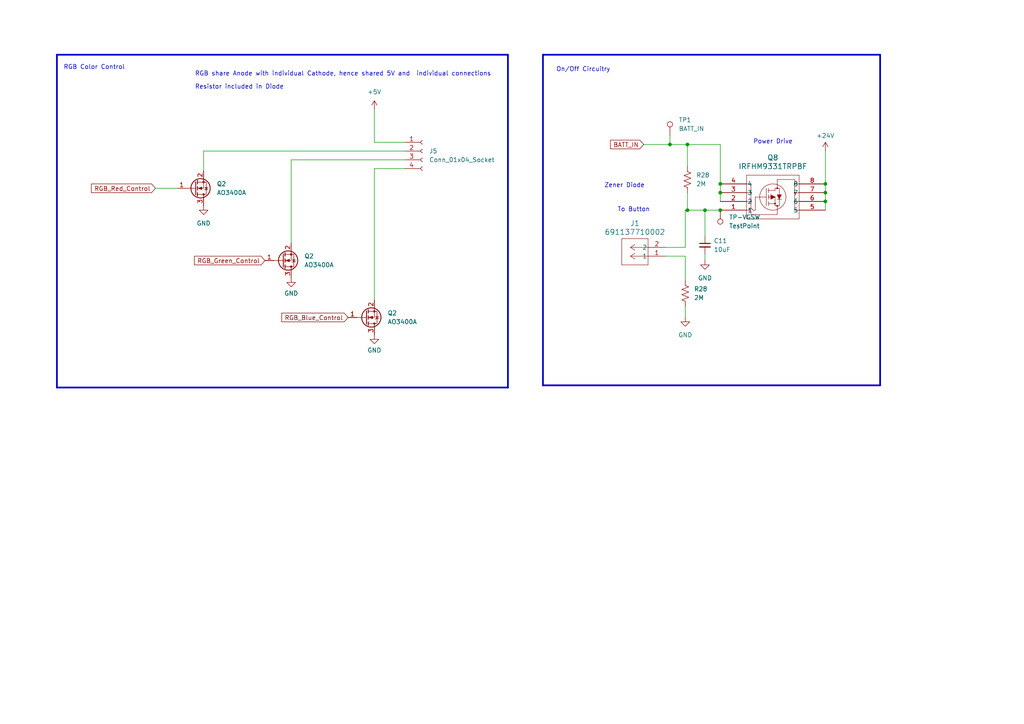
<source format=kicad_sch>
(kicad_sch (version 20230121) (generator eeschema)
  (paper "A4")
  (lib_symbols
    (symbol "691137710002-2CONN:691137710002" (pin_names (offset 0.254))
      (property "Reference" "J" (at 8.89 6.35 0))
      (property "Value" "691137710002" (at 0 0 0))
      (symbol "691137710002_1_1"
        (polyline (pts (xy 5.08 -5.08) (xy 12.7 -5.08)) (stroke (width 0.127)))
        (polyline (pts (xy 5.08 2.54) (xy 5.08 -5.08)) (stroke (width 0.127)))
        (polyline (pts (xy 10.16 -2.54) (xy 5.08 -2.54)) (stroke (width 0.127)))
        (polyline (pts (xy 10.16 -2.54) (xy 8.89 -3.3867)) (stroke (width 0.127)))
        (polyline (pts (xy 10.16 -2.54) (xy 8.89 -1.6933)) (stroke (width 0.127)))
        (polyline (pts (xy 10.16 0) (xy 5.08 0)) (stroke (width 0.127)))
        (polyline (pts (xy 10.16 0) (xy 8.89 -0.8467)) (stroke (width 0.127)))
        (polyline (pts (xy 10.16 0) (xy 8.89 0.8467)) (stroke (width 0.127)))
        (polyline (pts (xy 12.7 -5.08) (xy 12.7 2.54)) (stroke (width 0.127)))
        (polyline (pts (xy 12.7 2.54) (xy 5.08 2.54)) (stroke (width 0.127)))
        (pin unspecified line (at 0 0 0) (length 5.08) (name "1") (number "1"))
        (pin unspecified line (at 0 -2.54 0) (length 5.08) (name "2") (number "2"))
      )
    )
    (symbol "Connector:Conn_01x04_Socket" (pin_names (offset 1.016) hide)
      (property "Reference" "J" (at 0 5.08 0))
      (property "Value" "Conn_01x04_Socket" (at 0 -7.62 0))
      (symbol "Conn_01x04_Socket_1_1"
        (arc (start 0 -4.572) (mid -0.5058 -5.08) (end 0 -5.588) (stroke (width 0.1524)))
        (arc (start 0 -2.032) (mid -0.5058 -2.54) (end 0 -3.048) (stroke (width 0.1524)))
        (polyline (pts (xy -1.27 -5.08) (xy -0.508 -5.08)) (stroke (width 0.1524)))
        (polyline (pts (xy -1.27 -2.54) (xy -0.508 -2.54)) (stroke (width 0.1524)))
        (polyline (pts (xy -1.27 0) (xy -0.508 0)) (stroke (width 0.1524)))
        (polyline (pts (xy -1.27 2.54) (xy -0.508 2.54)) (stroke (width 0.1524)))
        (arc (start 0 0.508) (mid -0.5058 0) (end 0 -0.508) (stroke (width 0.1524)))
        (arc (start 0 3.048) (mid -0.5058 2.54) (end 0 2.032) (stroke (width 0.1524)))
        (pin passive line (at -5.08 2.54 0) (length 3.81) (name "Pin_1") (number "1"))
        (pin passive line (at -5.08 0 0) (length 3.81) (name "Pin_2") (number "2"))
        (pin passive line (at -5.08 -2.54 0) (length 3.81) (name "Pin_3") (number "3"))
        (pin passive line (at -5.08 -5.08 0) (length 3.81) (name "Pin_4") (number "4"))
      )
    )
    (symbol "Connector:TestPoint" (pin_numbers hide) (pin_names (offset 0.762) hide)
      (property "Reference" "TP" (at 0 6.858 0))
      (property "Value" "TestPoint" (at 0 5.08 0))
      (symbol "TestPoint_0_1"
        (circle (center 0 3.302) (radius 0.762))
      )
      (symbol "TestPoint_1_1"
        (pin passive line (at 0 0 90) (length 2.54) (name "1") (number "1"))
      )
    )
    (symbol "Device:C_Small" (pin_numbers hide) (pin_names (offset 0.254) hide)
      (property "Reference" "C" (at 0.254 1.778 0))
      (property "Value" "C_Small" (at 0.254 -2.032 0))
      (symbol "C_Small_0_1"
        (polyline (pts (xy -1.524 -0.508) (xy 1.524 -0.508)) (stroke (width 0.3302)))
        (polyline (pts (xy -1.524 0.508) (xy 1.524 0.508)) (stroke (width 0.3048)))
      )
      (symbol "C_Small_1_1"
        (pin passive line (at 0 2.54 270) (length 2.032) (name "~") (number "1"))
        (pin passive line (at 0 -2.54 90) (length 2.032) (name "~") (number "2"))
      )
    )
    (symbol "Device:R_US" (pin_numbers hide) (pin_names (offset 0))
      (property "Reference" "R" (at 2.54 0 90))
      (property "Value" "R_US" (at -2.54 0 90))
      (symbol "R_US_0_1"
        (polyline (pts (xy 0 -2.286) (xy 0 -2.54)))
        (polyline (pts (xy 0 2.286) (xy 0 2.54)))
        (polyline (pts (xy 0 -0.762) (xy 1.016 -1.143) (xy 0 -1.524) (xy -1.016 -1.905) (xy 0 -2.286)))
        (polyline (pts (xy 0 0.762) (xy 1.016 0.381) (xy 0 0) (xy -1.016 -0.381) (xy 0 -0.762)))
        (polyline (pts (xy 0 2.286) (xy 1.016 1.905) (xy 0 1.524) (xy -1.016 1.143) (xy 0 0.762)))
      )
      (symbol "R_US_1_1"
        (pin passive line (at 0 3.81 270) (length 1.27) (name "~") (number "1"))
        (pin passive line (at 0 -3.81 90) (length 1.27) (name "~") (number "2"))
      )
    )
    (symbol "IRFHM9331TRPBF:IRFHM9331TRPBF" (pin_names (offset 0.254))
      (property "Reference" "Q8" (at 15.24 7.62 0))
      (property "Value" "IRFHM9331TRPBF" (at 15.24 5.08 0))
      (symbol "IRFHM9331TRPBF_1_1"
        (polyline (pts (xy 7.62 -10.16) (xy 22.86 -10.16)) (stroke (width 0.127)))
        (polyline (pts (xy 7.62 -7.62) (xy 8.382 -7.62)) (stroke (width 0.127)))
        (polyline (pts (xy 7.62 -5.08) (xy 8.89 -5.08)) (stroke (width 0.127)))
        (polyline (pts (xy 7.62 -2.54) (xy 8.89 -2.54)) (stroke (width 0.127)))
        (polyline (pts (xy 7.62 0) (xy 8.89 0)) (stroke (width 0.127)))
        (polyline (pts (xy 7.62 2.54) (xy 7.62 -10.16)) (stroke (width 0.127)))
        (polyline (pts (xy 8.89 -8.89) (xy 16.51 -8.89)) (stroke (width 0.127)))
        (polyline (pts (xy 8.89 0) (xy 8.89 -8.89)) (stroke (width 0.127)))
        (polyline (pts (xy 10.16 -7.62) (xy 9.398 -7.62)) (stroke (width 0.127)))
        (polyline (pts (xy 10.16 -3.81) (xy 10.16 -7.62)) (stroke (width 0.127)))
        (polyline (pts (xy 10.16 -3.81) (xy 13.335 -3.81)) (stroke (width 0.127)))
        (polyline (pts (xy 13.335 -6.35) (xy 13.335 -1.27)) (stroke (width 0.127)))
        (polyline (pts (xy 13.97 -6.35) (xy 13.97 -5.08)) (stroke (width 0.127)))
        (polyline (pts (xy 13.97 -5.715) (xy 15.875 -5.715)) (stroke (width 0.127)))
        (polyline (pts (xy 13.97 -4.445) (xy 13.97 -3.175)) (stroke (width 0.127)))
        (polyline (pts (xy 13.97 -2.54) (xy 13.97 -1.27)) (stroke (width 0.127)))
        (polyline (pts (xy 13.97 -1.905) (xy 15.875 -1.905)) (stroke (width 0.127)))
        (polyline (pts (xy 15.24 -3.81) (xy 15.875 -3.81)) (stroke (width 0.127)))
        (polyline (pts (xy 15.875 -6.35) (xy 15.875 -3.81)) (stroke (width 0.127)))
        (polyline (pts (xy 15.875 -6.35) (xy 17.145 -6.35)) (stroke (width 0.127)))
        (polyline (pts (xy 15.875 -3.81) (xy 13.97 -3.81)))
        (polyline (pts (xy 15.875 -1.905) (xy 15.875 -1.27)) (stroke (width 0.127)))
        (polyline (pts (xy 15.875 -1.27) (xy 17.145 -1.27)) (stroke (width 0.127)))
        (polyline (pts (xy 16.51 -8.89) (xy 16.51 -6.35)) (stroke (width 0.127)))
        (polyline (pts (xy 16.51 1.27) (xy 16.51 -1.27)) (stroke (width 0.127)))
        (polyline (pts (xy 17.145 -6.35) (xy 17.145 -4.445)) (stroke (width 0.127)))
        (polyline (pts (xy 17.145 -3.175) (xy 17.145 -1.27)) (stroke (width 0.127)))
        (polyline (pts (xy 17.78 -4.445) (xy 16.51 -4.445)) (stroke (width 0.127)))
        (polyline (pts (xy 21.59 -7.62) (xy 21.59 1.27)) (stroke (width 0.127)))
        (polyline (pts (xy 21.59 1.27) (xy 16.51 1.27)) (stroke (width 0.127)))
        (polyline (pts (xy 22.86 -10.16) (xy 22.86 2.54)) (stroke (width 0.127)))
        (polyline (pts (xy 22.86 -7.62) (xy 21.59 -7.62)) (stroke (width 0.127)))
        (polyline (pts (xy 22.86 -5.08) (xy 21.59 -5.08)) (stroke (width 0.127)))
        (polyline (pts (xy 22.86 -2.54) (xy 21.59 -2.54)) (stroke (width 0.127)))
        (polyline (pts (xy 22.86 0) (xy 21.59 0)) (stroke (width 0.127)))
        (polyline (pts (xy 22.86 2.54) (xy 7.62 2.54)) (stroke (width 0.127)))
        (polyline (pts (xy 14.605 -4.445) (xy 15.875 -3.81) (xy 14.605 -3.175)) (fill (type outline)))
        (polyline (pts (xy 17.78 -3.175) (xy 16.51 -3.175) (xy 17.145 -4.445)) (fill (type outline)))
        (circle (center 8.89 -5.08) (radius 0.127) (stroke (width 0.254)))
        (circle (center 8.89 -2.54) (radius 0.127) (stroke (width 0.254)))
        (arc (start 9.398 -7.62) (mid 8.89 -7.1142) (end 8.382 -7.62) (stroke (width 0.127)))
        (circle (center 15.24 -3.81) (radius 3.81) (stroke (width 0.127)))
        (circle (center 15.875 -5.715) (radius 0.127) (stroke (width 0.254)))
        (circle (center 16.51 -6.35) (radius 0.127) (stroke (width 0.254)))
        (circle (center 16.51 -1.27) (radius 0.127) (stroke (width 0.254)))
        (circle (center 21.59 -5.08) (radius 0.127) (stroke (width 0.254)))
        (circle (center 21.59 -2.54) (radius 0.127) (stroke (width 0.254)))
        (circle (center 21.59 0) (radius 0.127) (stroke (width 0.254)))
        (pin unspecified line (at 0 -7.62 0) (length 7.62) (name "1") (number "1"))
        (pin unspecified line (at 0 -5.08 0) (length 7.62) (name "2") (number "2"))
        (pin unspecified line (at 0 -2.54 0) (length 7.62) (name "3") (number "3"))
        (pin unspecified line (at 0 0 0) (length 7.62) (name "4") (number "4"))
        (pin unspecified line (at 30.48 -7.62 180) (length 7.62) (name "5") (number "5"))
        (pin unspecified line (at 30.48 -5.08 180) (length 7.62) (name "6") (number "6"))
        (pin unspecified line (at 30.48 -2.54 180) (length 7.62) (name "7") (number "7"))
        (pin unspecified line (at 30.48 0 180) (length 7.62) (name "8") (number "8"))
      )
    )
    (symbol "Transistor_FET:AO3400A" (pin_names hide)
      (property "Reference" "Q" (at 5.08 1.905 0))
      (property "Value" "AO3400A" (at 5.08 0 0))
      (symbol "AO3400A_0_1"
        (polyline (pts (xy 0.254 0) (xy -2.54 0)))
        (polyline (pts (xy 0.254 1.905) (xy 0.254 -1.905)) (stroke (width 0.254)))
        (polyline (pts (xy 0.762 -1.27) (xy 0.762 -2.286)) (stroke (width 0.254)))
        (polyline (pts (xy 0.762 0.508) (xy 0.762 -0.508)) (stroke (width 0.254)))
        (polyline (pts (xy 0.762 2.286) (xy 0.762 1.27)) (stroke (width 0.254)))
        (polyline (pts (xy 2.54 2.54) (xy 2.54 1.778)))
        (polyline (pts (xy 2.54 -2.54) (xy 2.54 0) (xy 0.762 0)))
        (polyline (pts (xy 0.762 -1.778) (xy 3.302 -1.778) (xy 3.302 1.778) (xy 0.762 1.778)))
        (polyline (pts (xy 1.016 0) (xy 2.032 0.381) (xy 2.032 -0.381) (xy 1.016 0)) (fill (type outline)))
        (polyline (pts (xy 2.794 0.508) (xy 2.921 0.381) (xy 3.683 0.381) (xy 3.81 0.254)))
        (polyline (pts (xy 3.302 0.381) (xy 2.921 -0.254) (xy 3.683 -0.254) (xy 3.302 0.381)))
        (circle (center 1.651 0) (radius 2.794) (stroke (width 0.254)))
        (circle (center 2.54 -1.778) (radius 0.254) (fill (type outline)))
        (circle (center 2.54 1.778) (radius 0.254) (fill (type outline)))
      )
      (symbol "AO3400A_1_1"
        (pin input line (at -5.08 0 0) (length 2.54) (name "G") (number "1"))
        (pin passive line (at 2.54 -5.08 90) (length 2.54) (name "S") (number "2"))
        (pin passive line (at 2.54 5.08 270) (length 2.54) (name "D") (number "3"))
      )
    )
    (symbol "power:+24V" (power) (pin_names (offset 0))
      (property "Value" "+24V" (at 0 3.556 0))
      (symbol "+24V_0_1"
        (polyline (pts (xy -0.762 1.27) (xy 0 2.54)))
        (polyline (pts (xy 0 0) (xy 0 2.54)))
        (polyline (pts (xy 0 2.54) (xy 0.762 1.27)))
      )
      (symbol "+24V_1_1"
        (pin power_in line (at 0 0 90) (length 0) hide (name "+24V") (number "1"))
      )
    )
    (symbol "power:+5V" (power) (pin_names (offset 0))
      (property "Value" "+5V" (at 0 3.556 0))
      (symbol "+5V_0_1"
        (polyline (pts (xy -0.762 1.27) (xy 0 2.54)))
        (polyline (pts (xy 0 0) (xy 0 2.54)))
        (polyline (pts (xy 0 2.54) (xy 0.762 1.27)))
      )
      (symbol "+5V_1_1"
        (pin power_in line (at 0 0 90) (length 0) hide (name "+5V") (number "1"))
      )
    )
    (symbol "power:GND" (power) (pin_names (offset 0))
      (property "Value" "GND" (at 0 -3.81 0))
      (symbol "GND_0_1"
        (polyline (pts (xy 0 0) (xy 0 -1.27) (xy 1.27 -1.27) (xy 0 -2.54) (xy -1.27 -1.27) (xy 0 -1.27)))
      )
      (symbol "GND_1_1"
        (pin power_in line (at 0 0 270) (length 0) hide (name "GND") (number "1"))
      )
    )
  )
  (junction (at 199.39 41.91))
  (junction (at 199.39 60.96))
  (junction (at 208.915 53.34))
  (junction (at 204.47 60.96))
  (junction (at 239.395 55.88))
  (junction (at 208.915 55.88))
  (junction (at 239.395 58.42))
  (junction (at 194.31 41.91))
  (junction (at 208.915 60.96))
  (junction (at 239.395 53.34))
  (wire (pts (xy 199.39 41.91) (xy 208.915 41.91)))
  (wire (pts (xy 194.31 41.91) (xy 199.39 41.91)))
  (wire (pts (xy 193.04 71.755) (xy 198.755 71.755)))
  (wire (pts (xy 194.31 39.37) (xy 194.31 41.91)))
  (wire (pts (xy 108.585 86.995) (xy 108.585 48.895)))
  (wire (pts (xy 239.395 53.34) (xy 239.395 55.88)))
  (wire (pts (xy 204.47 60.96) (xy 208.915 60.96)))
  (wire (pts (xy 199.39 41.91) (xy 199.39 48.26)))
  (polyline (pts (xy 147.32 112.395) (xy 147.32 15.875)) (stroke (width 0.5)))
  (wire (pts (xy 239.395 58.42) (xy 239.395 60.96)))
  (wire (pts (xy 198.755 92.075) (xy 198.755 88.9)))
  (polyline (pts (xy 157.48 15.875) (xy 157.48 111.76)) (stroke (width 0.5)))
  (polyline (pts (xy 157.48 111.76) (xy 255.27 111.76)) (stroke (width 0.5)))
  (wire (pts (xy 198.755 74.295) (xy 198.755 81.28)))
  (wire (pts (xy 45.085 54.61) (xy 51.435 54.61)))
  (polyline (pts (xy 16.51 15.875) (xy 16.51 112.395)) (stroke (width 0.5)))
  (wire (pts (xy 199.39 55.88) (xy 199.39 60.96)))
  (wire (pts (xy 198.755 74.295) (xy 193.04 74.295)))
  (polyline (pts (xy 157.48 15.875) (xy 255.27 15.875)) (stroke (width 0.5)))
  (wire (pts (xy 59.055 43.815) (xy 117.475 43.815)))
  (polyline (pts (xy 16.51 112.395) (xy 147.32 112.395)) (stroke (width 0.5)))
  (wire (pts (xy 204.47 73.66) (xy 204.47 75.565)))
  (wire (pts (xy 199.39 60.96) (xy 204.47 60.96)))
  (wire (pts (xy 108.585 48.895) (xy 117.475 48.895)))
  (polyline (pts (xy 16.51 15.875) (xy 147.32 15.875)) (stroke (width 0.5)))
  (wire (pts (xy 208.915 53.34) (xy 208.915 41.91)))
  (wire (pts (xy 186.69 41.91) (xy 194.31 41.91)))
  (wire (pts (xy 84.455 46.355) (xy 117.475 46.355)))
  (wire (pts (xy 198.755 60.96) (xy 198.755 71.755)))
  (wire (pts (xy 117.475 41.275) (xy 108.585 41.275)))
  (wire (pts (xy 84.455 70.485) (xy 84.455 46.355)))
  (wire (pts (xy 108.585 31.75) (xy 108.585 41.275)))
  (wire (pts (xy 204.47 60.96) (xy 204.47 68.58)))
  (wire (pts (xy 208.915 55.88) (xy 208.915 53.34)))
  (wire (pts (xy 59.055 49.53) (xy 59.055 43.815)))
  (polyline (pts (xy 255.27 111.76) (xy 255.27 15.875)) (stroke (width 0.5)))
  (wire (pts (xy 198.755 60.96) (xy 199.39 60.96)))
  (wire (pts (xy 239.395 55.88) (xy 239.395 58.42)))
  (wire (pts (xy 239.395 43.815) (xy 239.395 53.34)))
  (wire (pts (xy 208.915 58.42) (xy 208.915 55.88)))
  (text "RGB Color Control\n" (at 18.415 20.32 0) (effects (font (size 1.27 1.27)) (justify left bottom)))
  (text "Power Drive\n" (at 218.44 41.91 0) (effects (font (size 1.27 1.27)) (justify left bottom)))
  (text "On/Off Circuitry\n" (at 161.29 20.955 0) (effects (font (size 1.27 1.27)) (justify left bottom)))
  (text "Resistor included in Diode" (at 56.515 26.035 0) (effects (font (size 1.27 1.27)) (justify left bottom)))
  (text "To Button\n" (at 179.07 61.595 0) (effects (font (size 1.27 1.27)) (justify left bottom)))
  (text "RGB share Anode with individual Cathode, hence shared 5V and  individual connections\n" (at 56.515 22.225 0) (effects (font (size 1.27 1.27)) (justify left bottom)))
  (text "Zener Diode" (at 175.26 54.61 0) (effects (font (size 1.27 1.27)) (justify left bottom)))
  (global_label "RGB_Green_Control" (shape input) (at 76.835 75.565 180) (property "Intersheetrefs" "${INTERSHEET_REFS}" (effects hide)))
  (global_label "RGB_Blue_Control" (shape input) (at 100.965 92.075 180) (property "Intersheetrefs" "${INTERSHEET_REFS}" (effects hide)))
  (global_label "BATT_IN" (shape input) (at 186.69 41.91 180) (property "Intersheetrefs" "${INTERSHEET_REFS}" (effects hide)))
  (global_label "RGB_Red_Control" (shape input) (at 45.085 54.61 180) (property "Intersheetrefs" "${INTERSHEET_REFS}" (effects hide)))
  (symbol (lib_id "IRFHM9331TRPBF:IRFHM9331TRPBF") (at 208.915 53.34 0) (unit 1)
    (property "Reference" "Q8" (at 224.155 45.72 0) (effects (font (size 1.524 1.524))))
    (property "Value" "IRFHM9331TRPBF" (at 224.155 48.26 0) (effects (font (size 1.524 1.524))))
    (property "Footprint" "CSTAR-MainBoard-Footprints:IRFHM9331TRPBF" (effects hide))
    (property "Datasheet" "IRFHM9331TRPBF" (effects hide))
  )
  (symbol (lib_id "power:GND") (at 108.585 97.155 0) (unit 1)
    (property "Reference" "#PWR037" (effects hide))
    (property "Value" "GND" (at 108.585 101.6 0))
  )
  (symbol (lib_id "power:GND") (at 198.755 92.075 0) (unit 1)
    (property "Reference" "#PWR040" (effects hide))
    (property "Value" "GND" (at 198.755 97.155 0))
  )
  (symbol (lib_id "Connector:Conn_01x04_Socket") (at 122.555 43.815 0) (unit 1)
    (property "Reference" "J5" (at 124.46 43.815 0) (effects (justify left)))
    (property "Value" "Conn_01x04_Socket" (at 124.46 46.355 0) (effects (justify left)))
    (property "Footprint" "CSTAR-MainBoard-Footprints:B4B_PH_K_S" (effects hide))
  )
  (symbol (lib_id "Transistor_FET:AO3400A") (at 106.045 92.075 0) (mirror x) (unit 1)
    (property "Reference" "Q2" (at 112.395 90.805 0) (effects (justify left)))
    (property "Value" "AO3400A" (at 112.395 93.345 0) (effects (justify left)))
    (property "Footprint" "Package_TO_SOT_SMD:SOT-23" (effects hide))
    (property "Datasheet" "http://www.aosmd.com/pdfs/datasheet/AO3400A.pdf" (effects hide))
  )
  (symbol (lib_id "Connector:TestPoint") (at 194.31 39.37 0) (unit 1)
    (property "Reference" "TP1" (at 196.85 34.798 0) (effects (justify left)))
    (property "Value" "BATT_IN" (at 196.85 37.338 0) (effects (justify left)))
    (property "Footprint" "TestPoint:TestPoint_Pad_D2.0mm" (effects hide))
  )
  (symbol (lib_id "Device:C_Small") (at 204.47 71.12 0) (unit 1)
    (property "Reference" "C11" (at 207.01 69.8563 0) (effects (justify left)))
    (property "Value" "10uF" (at 207.01 72.3963 0) (effects (justify left)))
    (property "Footprint" "Capacitor_SMD:C_0805_2012Metric" (effects hide))
  )
  (symbol (lib_id "power:+24V") (at 239.395 43.815 0) (unit 1)
    (property "Reference" "#PWR039" (effects hide))
    (property "Value" "+24V" (at 239.395 39.37 0))
  )
  (symbol (lib_id "power:GND") (at 59.055 59.69 0) (unit 1)
    (property "Reference" "#PWR035" (effects hide))
    (property "Value" "GND" (at 59.055 64.77 0))
  )
  (symbol (lib_id "Transistor_FET:AO3400A") (at 56.515 54.61 0) (mirror x) (unit 1)
    (property "Reference" "Q2" (at 62.865 53.34 0) (effects (justify left)))
    (property "Value" "AO3400A" (at 62.865 55.88 0) (effects (justify left)))
    (property "Footprint" "Package_TO_SOT_SMD:SOT-23" (effects hide))
    (property "Datasheet" "http://www.aosmd.com/pdfs/datasheet/AO3400A.pdf" (effects hide))
  )
  (symbol (lib_id "power:GND") (at 84.455 80.645 0) (unit 1)
    (property "Reference" "#PWR036" (effects hide))
    (property "Value" "GND" (at 84.455 85.09 0))
  )
  (symbol (lib_id "power:+5V") (at 108.585 31.75 0) (unit 1)
    (property "Reference" "#PWR038" (effects hide))
    (property "Value" "+5V" (at 108.585 26.67 0))
  )
  (symbol (lib_id "Device:R_US") (at 199.39 52.07 0) (unit 1)
    (property "Reference" "R28" (at 201.93 50.8 0) (effects (justify left)))
    (property "Value" "2M" (at 201.93 53.34 0) (effects (justify left)))
    (property "Footprint" "Resistor_SMD:R_0805_2012Metric" (effects hide))
  )
  (symbol (lib_id "691137710002-2CONN:691137710002") (at 193.04 74.295 180) (unit 1)
    (property "Reference" "J1" (at 184.15 64.77 0) (effects (font (size 1.524 1.524))))
    (property "Value" "691137710002" (at 184.15 67.31 0) (effects (font (size 1.524 1.524))))
    (property "Footprint" "CSTAR-MainBoard-Footprints:691137710002-2CONN" (effects hide))
    (property "Datasheet" "691137710002" (effects hide))
  )
  (symbol (lib_id "Connector:TestPoint") (at 208.915 60.96 180) (unit 1)
    (property "Reference" "TP-VGSW" (at 211.455 62.992 0) (effects (justify right)))
    (property "Value" "TestPoint" (at 211.455 65.532 0) (effects (justify right)))
    (property "Footprint" "TestPoint:TestPoint_Pad_D2.0mm" (effects hide))
  )
  (symbol (lib_id "Device:R_US") (at 198.755 85.09 0) (unit 1)
    (property "Reference" "R28" (at 201.295 83.82 0) (effects (justify left)))
    (property "Value" "2M" (at 201.295 86.36 0) (effects (justify left)))
    (property "Footprint" "Resistor_SMD:R_0805_2012Metric" (effects hide))
  )
  (symbol (lib_id "Transistor_FET:AO3400A") (at 81.915 75.565 0) (mirror x) (unit 1)
    (property "Reference" "Q2" (at 88.265 74.295 0) (effects (justify left)))
    (property "Value" "AO3400A" (at 88.265 76.835 0) (effects (justify left)))
    (property "Footprint" "Package_TO_SOT_SMD:SOT-23" (effects hide))
    (property "Datasheet" "http://www.aosmd.com/pdfs/datasheet/AO3400A.pdf" (effects hide))
  )
  (symbol (lib_id "power:GND") (at 204.47 75.565 0) (unit 1)
    (property "Reference" "#PWR045" (effects hide))
    (property "Value" "GND" (at 204.47 80.645 0))
  )
)
</source>
